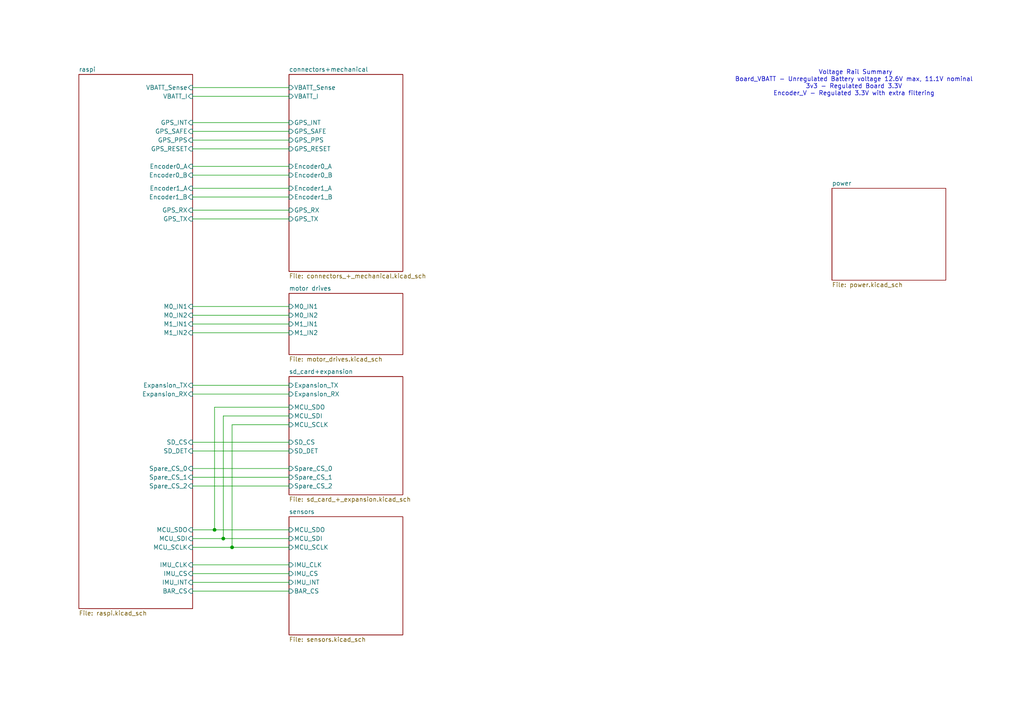
<source format=kicad_sch>
(kicad_sch
	(version 20231120)
	(generator "eeschema")
	(generator_version "8.0")
	(uuid "9fe08eae-9310-46cf-b272-eac4209a7b3e")
	(paper "A4")
	(lib_symbols)
	(junction
		(at 62.23 153.67)
		(diameter 0)
		(color 0 0 0 0)
		(uuid "386a0c75-6c2b-4ca1-97a2-ff37a337d98a")
	)
	(junction
		(at 64.77 156.21)
		(diameter 0)
		(color 0 0 0 0)
		(uuid "493885e8-5d83-4135-9923-56692dfb65c7")
	)
	(junction
		(at 67.31 158.75)
		(diameter 0)
		(color 0 0 0 0)
		(uuid "a1c15ecf-0810-4259-ad69-1b1818460629")
	)
	(wire
		(pts
			(xy 67.31 123.19) (xy 83.82 123.19)
		)
		(stroke
			(width 0)
			(type default)
		)
		(uuid "0446f614-8c23-4055-8a27-b964cf117d7d")
	)
	(wire
		(pts
			(xy 55.88 35.56) (xy 83.82 35.56)
		)
		(stroke
			(width 0)
			(type default)
		)
		(uuid "05a91eac-40d5-4a41-956d-97ecf89a7c37")
	)
	(wire
		(pts
			(xy 62.23 153.67) (xy 83.82 153.67)
		)
		(stroke
			(width 0)
			(type default)
		)
		(uuid "0655f880-3726-4319-b7b3-89a040c10b59")
	)
	(wire
		(pts
			(xy 55.88 63.5) (xy 83.82 63.5)
		)
		(stroke
			(width 0)
			(type default)
		)
		(uuid "08cbda66-3a52-4aa1-9a1c-d37151b02634")
	)
	(wire
		(pts
			(xy 62.23 118.11) (xy 62.23 153.67)
		)
		(stroke
			(width 0)
			(type default)
		)
		(uuid "11300557-7e8a-4283-b459-1474dd2bce90")
	)
	(wire
		(pts
			(xy 55.88 138.43) (xy 83.82 138.43)
		)
		(stroke
			(width 0)
			(type default)
		)
		(uuid "1563e389-ce38-4d94-9af6-515cf06bb072")
	)
	(wire
		(pts
			(xy 55.88 50.8) (xy 83.82 50.8)
		)
		(stroke
			(width 0)
			(type default)
		)
		(uuid "2b820a03-fc64-4bce-bee8-dfe73f1ed416")
	)
	(wire
		(pts
			(xy 55.88 93.98) (xy 83.82 93.98)
		)
		(stroke
			(width 0)
			(type default)
		)
		(uuid "2c37508c-e055-4317-9c21-4264b7fec348")
	)
	(wire
		(pts
			(xy 55.88 25.4) (xy 83.82 25.4)
		)
		(stroke
			(width 0)
			(type default)
		)
		(uuid "3378b189-cf64-49d9-80ce-339f696a4acd")
	)
	(wire
		(pts
			(xy 55.88 54.61) (xy 83.82 54.61)
		)
		(stroke
			(width 0)
			(type default)
		)
		(uuid "37a052e9-28cf-4955-9ce5-1ada6799bd08")
	)
	(wire
		(pts
			(xy 83.82 120.65) (xy 64.77 120.65)
		)
		(stroke
			(width 0)
			(type default)
		)
		(uuid "3a93c869-132a-4670-ae2c-835e283bdc75")
	)
	(wire
		(pts
			(xy 55.88 114.3) (xy 83.82 114.3)
		)
		(stroke
			(width 0)
			(type default)
		)
		(uuid "49597fb3-0a49-4303-a216-c60f2abce651")
	)
	(wire
		(pts
			(xy 55.88 128.27) (xy 83.82 128.27)
		)
		(stroke
			(width 0)
			(type default)
		)
		(uuid "505c0b2e-3d41-4d1a-92d4-c8199fb8f074")
	)
	(wire
		(pts
			(xy 55.88 166.37) (xy 83.82 166.37)
		)
		(stroke
			(width 0)
			(type default)
		)
		(uuid "5538f0a9-79a1-4a48-90dd-f2692d939a14")
	)
	(wire
		(pts
			(xy 55.88 43.18) (xy 83.82 43.18)
		)
		(stroke
			(width 0)
			(type default)
		)
		(uuid "5a74f548-868b-4c34-8fcd-0d2a821829c9")
	)
	(wire
		(pts
			(xy 55.88 88.9) (xy 83.82 88.9)
		)
		(stroke
			(width 0)
			(type default)
		)
		(uuid "5e30f3fd-844d-407b-8ceb-7277ab0b4016")
	)
	(wire
		(pts
			(xy 55.88 91.44) (xy 83.82 91.44)
		)
		(stroke
			(width 0)
			(type default)
		)
		(uuid "637374fd-6730-4229-b81d-44a095bd14bb")
	)
	(wire
		(pts
			(xy 67.31 158.75) (xy 83.82 158.75)
		)
		(stroke
			(width 0)
			(type default)
		)
		(uuid "64e0f0ac-5f29-4e58-a93c-b006d52b79bd")
	)
	(wire
		(pts
			(xy 55.88 60.96) (xy 83.82 60.96)
		)
		(stroke
			(width 0)
			(type default)
		)
		(uuid "66a43b03-ca3f-41e8-850e-630583afcc13")
	)
	(wire
		(pts
			(xy 55.88 153.67) (xy 62.23 153.67)
		)
		(stroke
			(width 0)
			(type default)
		)
		(uuid "6d0751c7-3c4d-41f1-a755-0e6fac6fdd4b")
	)
	(wire
		(pts
			(xy 83.82 118.11) (xy 62.23 118.11)
		)
		(stroke
			(width 0)
			(type default)
		)
		(uuid "7cd55fac-1676-4d2f-8d4e-247a7d3a2624")
	)
	(wire
		(pts
			(xy 67.31 123.19) (xy 67.31 158.75)
		)
		(stroke
			(width 0)
			(type default)
		)
		(uuid "7cdac5e5-3316-4e8e-8781-2d1f18f0ae54")
	)
	(wire
		(pts
			(xy 55.88 48.26) (xy 83.82 48.26)
		)
		(stroke
			(width 0)
			(type default)
		)
		(uuid "803b9468-a84f-4f33-9ff1-0d6356e394ee")
	)
	(wire
		(pts
			(xy 55.88 156.21) (xy 64.77 156.21)
		)
		(stroke
			(width 0)
			(type default)
		)
		(uuid "86eca28d-8943-469e-8c0a-261626c594dd")
	)
	(wire
		(pts
			(xy 55.88 171.45) (xy 83.82 171.45)
		)
		(stroke
			(width 0)
			(type default)
		)
		(uuid "9b8a9348-3d83-4e4d-934d-6b0043bf3380")
	)
	(wire
		(pts
			(xy 55.88 111.76) (xy 83.82 111.76)
		)
		(stroke
			(width 0)
			(type default)
		)
		(uuid "a0292dca-8178-429a-8f5d-d8961709d8bc")
	)
	(wire
		(pts
			(xy 64.77 120.65) (xy 64.77 156.21)
		)
		(stroke
			(width 0)
			(type default)
		)
		(uuid "a111f361-90a1-4eac-99b5-7c3f81621efa")
	)
	(wire
		(pts
			(xy 55.88 57.15) (xy 83.82 57.15)
		)
		(stroke
			(width 0)
			(type default)
		)
		(uuid "ad74bf41-4db2-434e-815d-ad05d25de316")
	)
	(wire
		(pts
			(xy 55.88 140.97) (xy 83.82 140.97)
		)
		(stroke
			(width 0)
			(type default)
		)
		(uuid "b54ae48c-4ae9-4034-99e7-7ac97588cd9f")
	)
	(wire
		(pts
			(xy 55.88 27.94) (xy 83.82 27.94)
		)
		(stroke
			(width 0)
			(type default)
		)
		(uuid "b62fbd36-9d65-4db2-a286-f6f88e90c6df")
	)
	(wire
		(pts
			(xy 55.88 130.81) (xy 83.82 130.81)
		)
		(stroke
			(width 0)
			(type default)
		)
		(uuid "cb2766b4-ef3c-4bb4-bd3a-27c1de7a7a65")
	)
	(wire
		(pts
			(xy 55.88 96.52) (xy 83.82 96.52)
		)
		(stroke
			(width 0)
			(type default)
		)
		(uuid "cdbf9ee8-5098-4aa9-8958-fe5bc83d5193")
	)
	(wire
		(pts
			(xy 55.88 158.75) (xy 67.31 158.75)
		)
		(stroke
			(width 0)
			(type default)
		)
		(uuid "d260699f-4c01-4012-b207-5fa138f449b1")
	)
	(wire
		(pts
			(xy 55.88 135.89) (xy 83.82 135.89)
		)
		(stroke
			(width 0)
			(type default)
		)
		(uuid "d6f11a9d-8002-4950-b7f8-d5bae4ed0db6")
	)
	(wire
		(pts
			(xy 55.88 168.91) (xy 83.82 168.91)
		)
		(stroke
			(width 0)
			(type default)
		)
		(uuid "e94f3c83-4349-48b4-b4ff-6f30f327a91c")
	)
	(wire
		(pts
			(xy 64.77 156.21) (xy 83.82 156.21)
		)
		(stroke
			(width 0)
			(type default)
		)
		(uuid "ebbb1bc9-9371-48a5-a0a5-09fa0588c92c")
	)
	(wire
		(pts
			(xy 55.88 38.1) (xy 83.82 38.1)
		)
		(stroke
			(width 0)
			(type default)
		)
		(uuid "f2725435-2333-4d73-aebb-612429ef7df7")
	)
	(wire
		(pts
			(xy 55.88 163.83) (xy 83.82 163.83)
		)
		(stroke
			(width 0)
			(type default)
		)
		(uuid "faf05a04-1f89-430a-8302-aed4dc4b5199")
	)
	(wire
		(pts
			(xy 55.88 40.64) (xy 83.82 40.64)
		)
		(stroke
			(width 0)
			(type default)
		)
		(uuid "fee33257-e2d9-4fb4-a1c6-85859fe47279")
	)
	(text "Voltage Rail Summary\nBoard_VBATT - Unregulated Battery voltage 12.6V max, 11.1V nominal \n3v3 - Regulated Board 3.3V \nEncoder_V - Regulated 3.3V with extra filtering "
		(exclude_from_sim no)
		(at 248.158 24.13 0)
		(effects
			(font
				(size 1.27 1.27)
			)
		)
		(uuid "030baeca-9b0b-4a8b-97d4-a162700241e3")
	)
	(sheet
		(at 83.82 21.59)
		(size 33.02 57.15)
		(fields_autoplaced yes)
		(stroke
			(width 0.1524)
			(type solid)
		)
		(fill
			(color 0 0 0 0.0000)
		)
		(uuid "2020c3b7-5d3f-4410-b013-36b6a2638d7a")
		(property "Sheetname" "connectors+mechanical"
			(at 83.82 20.8784 0)
			(effects
				(font
					(size 1.27 1.27)
				)
				(justify left bottom)
			)
		)
		(property "Sheetfile" "connectors_+_mechanical.kicad_sch"
			(at 83.82 79.3246 0)
			(effects
				(font
					(size 1.27 1.27)
				)
				(justify left top)
			)
		)
		(pin "VBATT_Sense" input
			(at 83.82 25.4 180)
			(effects
				(font
					(size 1.27 1.27)
				)
				(justify left)
			)
			(uuid "a39b8f95-d0e0-4d0f-ba33-a477ab40c61a")
		)
		(pin "VBATT_I" input
			(at 83.82 27.94 180)
			(effects
				(font
					(size 1.27 1.27)
				)
				(justify left)
			)
			(uuid "371670cf-7f67-4ab1-a3c2-9c026ec69397")
		)
		(pin "GPS_INT" input
			(at 83.82 35.56 180)
			(effects
				(font
					(size 1.27 1.27)
				)
				(justify left)
			)
			(uuid "75cd3139-a8b5-4e54-81b7-6a1544d9492b")
		)
		(pin "GPS_PPS" input
			(at 83.82 40.64 180)
			(effects
				(font
					(size 1.27 1.27)
				)
				(justify left)
			)
			(uuid "2563f547-f4f1-4b17-9321-522bb50271d1")
		)
		(pin "GPS_SAFE" input
			(at 83.82 38.1 180)
			(effects
				(font
					(size 1.27 1.27)
				)
				(justify left)
			)
			(uuid "94451744-4bf5-49c2-b3a1-4f6a0f8f4fd1")
		)
		(pin "GPS_RESET" input
			(at 83.82 43.18 180)
			(effects
				(font
					(size 1.27 1.27)
				)
				(justify left)
			)
			(uuid "059f2a98-9503-4cc3-b7c3-d50bd0728fdc")
		)
		(pin "GPS_TX" input
			(at 83.82 63.5 180)
			(effects
				(font
					(size 1.27 1.27)
				)
				(justify left)
			)
			(uuid "cf3dd27c-d607-4afb-bba1-2a2af30c39bb")
		)
		(pin "GPS_RX" input
			(at 83.82 60.96 180)
			(effects
				(font
					(size 1.27 1.27)
				)
				(justify left)
			)
			(uuid "378b199c-a5fd-456c-9b95-00ebf91a0cf4")
		)
		(pin "Encoder1_A" input
			(at 83.82 54.61 180)
			(effects
				(font
					(size 1.27 1.27)
				)
				(justify left)
			)
			(uuid "40ba6c31-0102-47ae-964a-958569cc3d9d")
		)
		(pin "Encoder1_B" input
			(at 83.82 57.15 180)
			(effects
				(font
					(size 1.27 1.27)
				)
				(justify left)
			)
			(uuid "54a6ca5e-ef5a-4cb2-971c-ff50d8bd0b18")
		)
		(pin "Encoder0_A" input
			(at 83.82 48.26 180)
			(effects
				(font
					(size 1.27 1.27)
				)
				(justify left)
			)
			(uuid "38be7d95-9977-4788-8324-b8f14c750e15")
		)
		(pin "Encoder0_B" input
			(at 83.82 50.8 180)
			(effects
				(font
					(size 1.27 1.27)
				)
				(justify left)
			)
			(uuid "8aa1f01b-cb4d-4230-b7ff-d92751d5f263")
		)
		(instances
			(project "moon_child"
				(path "/9fe08eae-9310-46cf-b272-eac4209a7b3e"
					(page "5")
				)
			)
		)
	)
	(sheet
		(at 83.82 109.22)
		(size 33.02 34.29)
		(fields_autoplaced yes)
		(stroke
			(width 0.1524)
			(type solid)
		)
		(fill
			(color 0 0 0 0.0000)
		)
		(uuid "68da5adc-0b2d-4a3d-9dbd-3c9825249f40")
		(property "Sheetname" "sd_card+expansion"
			(at 83.82 108.5084 0)
			(effects
				(font
					(size 1.27 1.27)
				)
				(justify left bottom)
			)
		)
		(property "Sheetfile" "sd_card_+_expansion.kicad_sch"
			(at 83.82 144.0946 0)
			(effects
				(font
					(size 1.27 1.27)
				)
				(justify left top)
			)
		)
		(pin "Expansion_RX" input
			(at 83.82 114.3 180)
			(effects
				(font
					(size 1.27 1.27)
				)
				(justify left)
			)
			(uuid "81d7d05e-7d3c-4078-a031-da11b02aac05")
		)
		(pin "Spare_CS_2" input
			(at 83.82 140.97 180)
			(effects
				(font
					(size 1.27 1.27)
				)
				(justify left)
			)
			(uuid "b8a4afef-de64-4636-9ad9-97bd1ce61c71")
		)
		(pin "Spare_CS_0" input
			(at 83.82 135.89 180)
			(effects
				(font
					(size 1.27 1.27)
				)
				(justify left)
			)
			(uuid "2b9017bd-3687-4d24-b468-f59d61be0cae")
		)
		(pin "MCU_SDI" input
			(at 83.82 120.65 180)
			(effects
				(font
					(size 1.27 1.27)
				)
				(justify left)
			)
			(uuid "6ce9e196-9fa8-4948-b47d-cf251fceac25")
		)
		(pin "SD_DET" input
			(at 83.82 130.81 180)
			(effects
				(font
					(size 1.27 1.27)
				)
				(justify left)
			)
			(uuid "b0b63d92-8435-4191-9674-b135a7f5331f")
		)
		(pin "MCU_SDO" input
			(at 83.82 118.11 180)
			(effects
				(font
					(size 1.27 1.27)
				)
				(justify left)
			)
			(uuid "a2648357-c90e-4d42-91b5-34ebbc83ff55")
		)
		(pin "MCU_SCLK" input
			(at 83.82 123.19 180)
			(effects
				(font
					(size 1.27 1.27)
				)
				(justify left)
			)
			(uuid "36d20731-fae9-48df-879b-23ef5c069a80")
		)
		(pin "SD_CS" input
			(at 83.82 128.27 180)
			(effects
				(font
					(size 1.27 1.27)
				)
				(justify left)
			)
			(uuid "77a426d7-1cab-46c7-a3d3-e6d0697f1bfc")
		)
		(pin "Spare_CS_1" input
			(at 83.82 138.43 180)
			(effects
				(font
					(size 1.27 1.27)
				)
				(justify left)
			)
			(uuid "1286621a-6c47-4268-9414-42c13cc68c9d")
		)
		(pin "Expansion_TX" input
			(at 83.82 111.76 180)
			(effects
				(font
					(size 1.27 1.27)
				)
				(justify left)
			)
			(uuid "3686e4e3-c4bd-4bed-b714-f24848b42acc")
		)
		(instances
			(project "moon_child"
				(path "/9fe08eae-9310-46cf-b272-eac4209a7b3e"
					(page "7")
				)
			)
		)
	)
	(sheet
		(at 83.82 85.09)
		(size 33.02 17.78)
		(fields_autoplaced yes)
		(stroke
			(width 0.1524)
			(type solid)
		)
		(fill
			(color 0 0 0 0.0000)
		)
		(uuid "6bebcadf-eb23-4c33-a409-d20713279cc6")
		(property "Sheetname" "motor drives"
			(at 83.82 84.3784 0)
			(effects
				(font
					(size 1.27 1.27)
				)
				(justify left bottom)
			)
		)
		(property "Sheetfile" "motor_drives.kicad_sch"
			(at 83.82 103.4546 0)
			(effects
				(font
					(size 1.27 1.27)
				)
				(justify left top)
			)
		)
		(pin "M1_IN1" input
			(at 83.82 93.98 180)
			(effects
				(font
					(size 1.27 1.27)
				)
				(justify left)
			)
			(uuid "6177a615-2222-447d-8a2a-b65fbcea997e")
		)
		(pin "M1_IN2" input
			(at 83.82 96.52 180)
			(effects
				(font
					(size 1.27 1.27)
				)
				(justify left)
			)
			(uuid "d7ee8e18-6ff4-4283-bbe8-05836ca5fca0")
		)
		(pin "M0_IN1" input
			(at 83.82 88.9 180)
			(effects
				(font
					(size 1.27 1.27)
				)
				(justify left)
			)
			(uuid "5314b4c0-6e9e-4ae5-92fa-dc86643e7cea")
		)
		(pin "M0_IN2" input
			(at 83.82 91.44 180)
			(effects
				(font
					(size 1.27 1.27)
				)
				(justify left)
			)
			(uuid "e49b6f75-fbbf-4a55-9ca9-190420d24715")
		)
		(instances
			(project "moon_child"
				(path "/9fe08eae-9310-46cf-b272-eac4209a7b3e"
					(page "4")
				)
			)
		)
	)
	(sheet
		(at 241.3 54.61)
		(size 33.02 26.67)
		(fields_autoplaced yes)
		(stroke
			(width 0.1524)
			(type solid)
		)
		(fill
			(color 0 0 0 0.0000)
		)
		(uuid "7b173924-1b78-4f9c-a21f-8ffedecf02bf")
		(property "Sheetname" "power"
			(at 241.3 53.8984 0)
			(effects
				(font
					(size 1.27 1.27)
				)
				(justify left bottom)
			)
		)
		(property "Sheetfile" "power.kicad_sch"
			(at 241.3 81.8646 0)
			(effects
				(font
					(size 1.27 1.27)
				)
				(justify left top)
			)
		)
		(instances
			(project "moon_child"
				(path "/9fe08eae-9310-46cf-b272-eac4209a7b3e"
					(page "6")
				)
			)
		)
	)
	(sheet
		(at 22.86 21.59)
		(size 33.02 154.94)
		(fields_autoplaced yes)
		(stroke
			(width 0.1524)
			(type solid)
		)
		(fill
			(color 0 0 0 0.0000)
		)
		(uuid "95a2c5f2-1168-40e1-9976-12a9d3efcb94")
		(property "Sheetname" "raspi"
			(at 22.86 20.8784 0)
			(effects
				(font
					(size 1.27 1.27)
				)
				(justify left bottom)
			)
		)
		(property "Sheetfile" "raspi.kicad_sch"
			(at 22.86 177.1146 0)
			(effects
				(font
					(size 1.27 1.27)
				)
				(justify left top)
			)
		)
		(pin "Spare_CS_1" input
			(at 55.88 138.43 0)
			(effects
				(font
					(size 1.27 1.27)
				)
				(justify right)
			)
			(uuid "ab9b5e92-cc77-432d-947e-962d3fe916b7")
		)
		(pin "IMU_CLK" input
			(at 55.88 163.83 0)
			(effects
				(font
					(size 1.27 1.27)
				)
				(justify right)
			)
			(uuid "0c44ad90-f751-451a-9a42-ca0df6096e91")
		)
		(pin "IMU_INT" input
			(at 55.88 168.91 0)
			(effects
				(font
					(size 1.27 1.27)
				)
				(justify right)
			)
			(uuid "91e6ec68-10b1-422b-a779-61a878ef72b6")
		)
		(pin "SD_DET" input
			(at 55.88 130.81 0)
			(effects
				(font
					(size 1.27 1.27)
				)
				(justify right)
			)
			(uuid "1451f294-8b8e-42fc-9109-74ee95a7e498")
		)
		(pin "Expansion_RX" input
			(at 55.88 114.3 0)
			(effects
				(font
					(size 1.27 1.27)
				)
				(justify right)
			)
			(uuid "182dc22d-4702-44ad-ad81-59aa17f7d51c")
		)
		(pin "Expansion_TX" input
			(at 55.88 111.76 0)
			(effects
				(font
					(size 1.27 1.27)
				)
				(justify right)
			)
			(uuid "cceaf14f-d4ec-450f-bfa4-4fa4dab95d97")
		)
		(pin "Spare_CS_2" input
			(at 55.88 140.97 0)
			(effects
				(font
					(size 1.27 1.27)
				)
				(justify right)
			)
			(uuid "c6280e75-9e71-4f07-b347-b66f3f098881")
		)
		(pin "Spare_CS_0" input
			(at 55.88 135.89 0)
			(effects
				(font
					(size 1.27 1.27)
				)
				(justify right)
			)
			(uuid "da1e8ed4-d306-4b62-8504-3f5c9bd571d3")
		)
		(pin "BAR_CS" input
			(at 55.88 171.45 0)
			(effects
				(font
					(size 1.27 1.27)
				)
				(justify right)
			)
			(uuid "c3721869-ed09-4d12-8df4-05d4ad37d4b0")
		)
		(pin "MCU_SCLK" input
			(at 55.88 158.75 0)
			(effects
				(font
					(size 1.27 1.27)
				)
				(justify right)
			)
			(uuid "298cb8f5-fd5d-4a9b-b357-8ff4a34f03c9")
		)
		(pin "MCU_SDO" input
			(at 55.88 153.67 0)
			(effects
				(font
					(size 1.27 1.27)
				)
				(justify right)
			)
			(uuid "601caa76-b75f-4e2f-8abf-653a53cdf3b5")
		)
		(pin "IMU_CS" input
			(at 55.88 166.37 0)
			(effects
				(font
					(size 1.27 1.27)
				)
				(justify right)
			)
			(uuid "b5e7799b-3945-4d25-bc9a-4b2c1d0a83ba")
		)
		(pin "SD_CS" input
			(at 55.88 128.27 0)
			(effects
				(font
					(size 1.27 1.27)
				)
				(justify right)
			)
			(uuid "ec1726b0-968f-4797-833d-41a3fa95b157")
		)
		(pin "Encoder0_B" input
			(at 55.88 50.8 0)
			(effects
				(font
					(size 1.27 1.27)
				)
				(justify right)
			)
			(uuid "7829c0a4-4807-461e-963f-e27c8896b88d")
		)
		(pin "M0_IN2" input
			(at 55.88 91.44 0)
			(effects
				(font
					(size 1.27 1.27)
				)
				(justify right)
			)
			(uuid "03102c12-3757-4ee0-9e93-31f2ceed4e21")
		)
		(pin "Encoder0_A" input
			(at 55.88 48.26 0)
			(effects
				(font
					(size 1.27 1.27)
				)
				(justify right)
			)
			(uuid "31f0a853-1787-474e-bf82-627f223640e9")
		)
		(pin "M0_IN1" input
			(at 55.88 88.9 0)
			(effects
				(font
					(size 1.27 1.27)
				)
				(justify right)
			)
			(uuid "2081e797-3b7b-4e85-aba1-861d76534ed1")
		)
		(pin "MCU_SDI" input
			(at 55.88 156.21 0)
			(effects
				(font
					(size 1.27 1.27)
				)
				(justify right)
			)
			(uuid "44efb095-1243-4698-919f-4b3cf275e5b8")
		)
		(pin "M1_IN1" input
			(at 55.88 93.98 0)
			(effects
				(font
					(size 1.27 1.27)
				)
				(justify right)
			)
			(uuid "ecc7bdf2-cd38-405e-bf15-fc2d10c9c83f")
		)
		(pin "GPS_PPS" input
			(at 55.88 40.64 0)
			(effects
				(font
					(size 1.27 1.27)
				)
				(justify right)
			)
			(uuid "ddc199ed-183f-4fe5-815d-fec304398d78")
		)
		(pin "GPS_SAFE" input
			(at 55.88 38.1 0)
			(effects
				(font
					(size 1.27 1.27)
				)
				(justify right)
			)
			(uuid "88f3029e-4d61-47df-8fc3-6858066890dc")
		)
		(pin "GPS_INT" input
			(at 55.88 35.56 0)
			(effects
				(font
					(size 1.27 1.27)
				)
				(justify right)
			)
			(uuid "71f0c35d-1e53-4dff-ac13-2d5b9065ca20")
		)
		(pin "GPS_RESET" input
			(at 55.88 43.18 0)
			(effects
				(font
					(size 1.27 1.27)
				)
				(justify right)
			)
			(uuid "29804899-11d1-49d5-aec4-da3a27a96a25")
		)
		(pin "GPS_RX" input
			(at 55.88 60.96 0)
			(effects
				(font
					(size 1.27 1.27)
				)
				(justify right)
			)
			(uuid "e2d09ef4-5593-451a-ae00-2c27e20d9eee")
		)
		(pin "Encoder1_A" input
			(at 55.88 54.61 0)
			(effects
				(font
					(size 1.27 1.27)
				)
				(justify right)
			)
			(uuid "afdf24f5-09d4-4429-9db6-30f20498c0b4")
		)
		(pin "GPS_TX" input
			(at 55.88 63.5 0)
			(effects
				(font
					(size 1.27 1.27)
				)
				(justify right)
			)
			(uuid "492dabb6-16e1-44a0-b0f5-d8050c7cbcb5")
		)
		(pin "M1_IN2" input
			(at 55.88 96.52 0)
			(effects
				(font
					(size 1.27 1.27)
				)
				(justify right)
			)
			(uuid "b2abdd53-b8c2-40e9-a053-ff17b1621d6b")
		)
		(pin "Encoder1_B" input
			(at 55.88 57.15 0)
			(effects
				(font
					(size 1.27 1.27)
				)
				(justify right)
			)
			(uuid "aa19b792-19ce-4578-b21c-ebb3d963de3b")
		)
		(pin "VBATT_Sense" input
			(at 55.88 25.4 0)
			(effects
				(font
					(size 1.27 1.27)
				)
				(justify right)
			)
			(uuid "80facccf-371e-42e0-b39a-947654aebc9d")
		)
		(pin "VBATT_I" input
			(at 55.88 27.94 0)
			(effects
				(font
					(size 1.27 1.27)
				)
				(justify right)
			)
			(uuid "78f44598-c043-4399-ab05-bc87431a3265")
		)
		(instances
			(project "moon_child"
				(path "/9fe08eae-9310-46cf-b272-eac4209a7b3e"
					(page "2")
				)
			)
		)
	)
	(sheet
		(at 83.82 149.86)
		(size 33.02 34.29)
		(fields_autoplaced yes)
		(stroke
			(width 0.1524)
			(type solid)
		)
		(fill
			(color 0 0 0 0.0000)
		)
		(uuid "b18c32a4-c727-4013-ad4f-289efcbafe2f")
		(property "Sheetname" "sensors"
			(at 83.82 149.1484 0)
			(effects
				(font
					(size 1.27 1.27)
				)
				(justify left bottom)
			)
		)
		(property "Sheetfile" "sensors.kicad_sch"
			(at 83.82 184.7346 0)
			(effects
				(font
					(size 1.27 1.27)
				)
				(justify left top)
			)
		)
		(pin "IMU_CS" input
			(at 83.82 166.37 180)
			(effects
				(font
					(size 1.27 1.27)
				)
				(justify left)
			)
			(uuid "6a4ce2ee-53d0-4884-9aac-1cf8030a7dfa")
		)
		(pin "IMU_CLK" input
			(at 83.82 163.83 180)
			(effects
				(font
					(size 1.27 1.27)
				)
				(justify left)
			)
			(uuid "122de6f7-d321-46b1-8598-9ba6ac7358cc")
		)
		(pin "IMU_INT" input
			(at 83.82 168.91 180)
			(effects
				(font
					(size 1.27 1.27)
				)
				(justify left)
			)
			(uuid "f5fedf52-0576-4e18-b93c-d0ad20180df8")
		)
		(pin "BAR_CS" input
			(at 83.82 171.45 180)
			(effects
				(font
					(size 1.27 1.27)
				)
				(justify left)
			)
			(uuid "1cbf45f8-4bf2-4ac4-94e1-913ec2b67957")
		)
		(pin "MCU_SDO" input
			(at 83.82 153.67 180)
			(effects
				(font
					(size 1.27 1.27)
				)
				(justify left)
			)
			(uuid "fd3ff7ea-c358-4139-aa01-bbd25a875116")
		)
		(pin "MCU_SCLK" input
			(at 83.82 158.75 180)
			(effects
				(font
					(size 1.27 1.27)
				)
				(justify left)
			)
			(uuid "ad168657-5a36-484f-ad5f-1be862bb5e90")
		)
		(pin "MCU_SDI" input
			(at 83.82 156.21 180)
			(effects
				(font
					(size 1.27 1.27)
				)
				(justify left)
			)
			(uuid "a5ffd7f2-7bdb-4f1c-ab66-7370bae333ef")
		)
		(instances
			(project "moon_child"
				(path "/9fe08eae-9310-46cf-b272-eac4209a7b3e"
					(page "3")
				)
			)
		)
	)
	(sheet_instances
		(path "/"
			(page "1")
		)
	)
)

</source>
